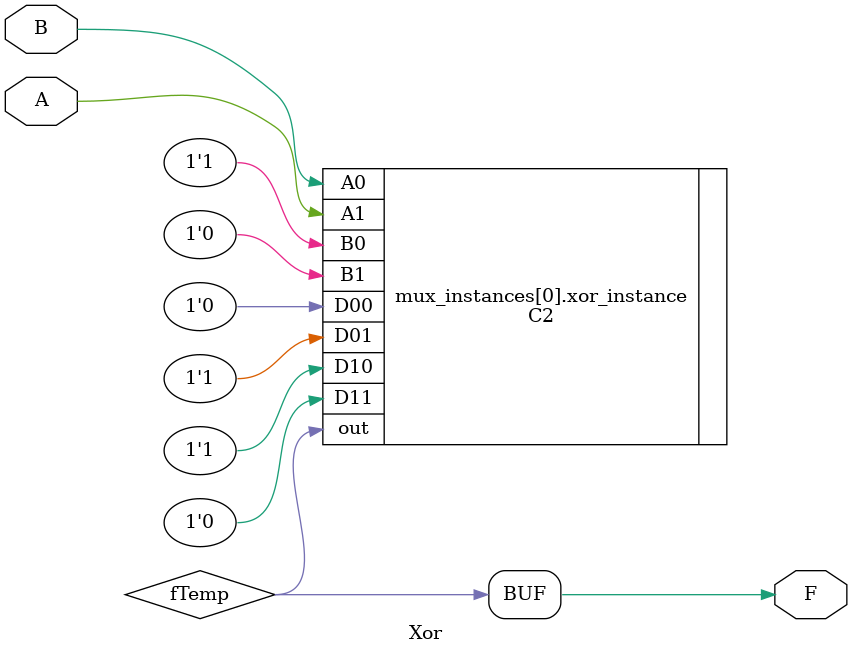
<source format=v>
module Xor #(parameter INPUT_WIDTH = 1) (input [INPUT_WIDTH-1:0] A, B,output reg [INPUT_WIDTH-1:0] F);

    wire [INPUT_WIDTH-1:0] fTemp;

    genvar i;
    generate
        for (i = 0; i < INPUT_WIDTH; i = i + 1) begin : mux_instances
            C2 xor_instance(.D00(1'b0), .D01(1'b1), .D10(1'b1), .D11(1'b0), .A1(A[i]), .B1(1'b0), .A0(B[i]), .B0(1'b1), .out(fTemp[i]));
        end
    endgenerate

    assign F = fTemp;

endmodule

</source>
